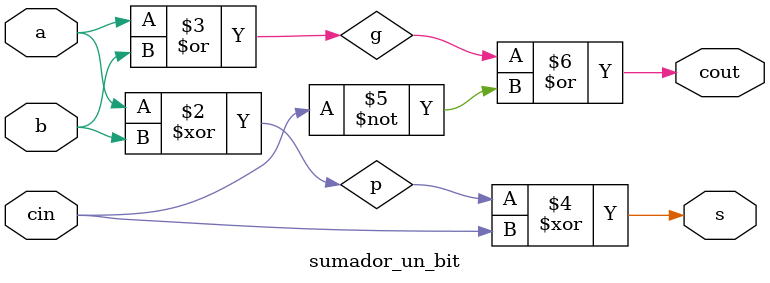
<source format=sv>
`timescale 1ns / 1ps


module sumador_un_bit(
    input logic a, b, cin,
    output logic s,cout
    );
    
    logic p, g; 
    always_comb
        begin
            p = a ^ b ;
            g = a | b;
            s = p ^ cin;
            cout = g | (~cin);
         end

endmodule

</source>
